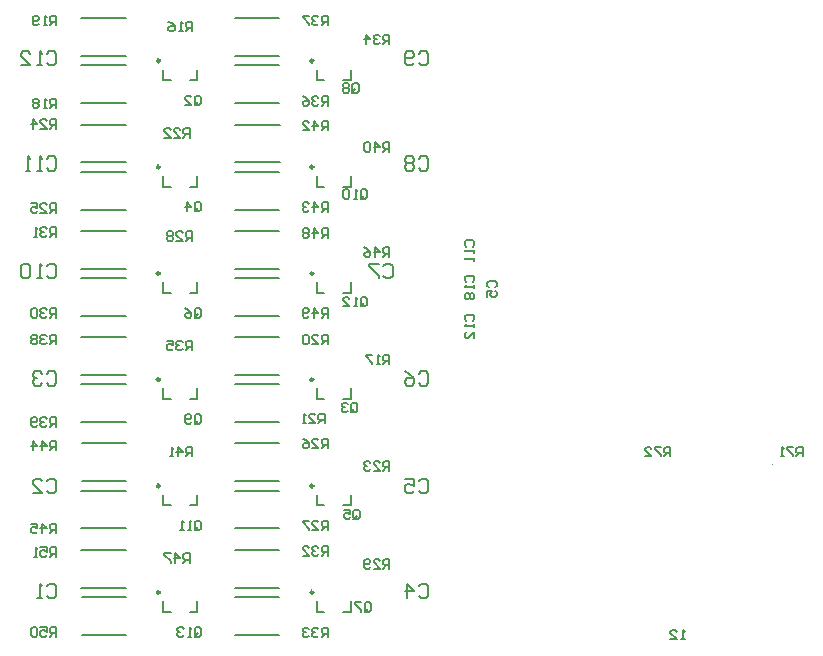
<source format=gbo>
G04*
G04 #@! TF.GenerationSoftware,Altium Limited,Altium Designer,18.1.9 (240)*
G04*
G04 Layer_Color=32896*
%FSLAX25Y25*%
%MOIN*%
G70*
G01*
G75*
%ADD11C,0.00984*%
%ADD12C,0.00394*%
%ADD15C,0.00787*%
%ADD16C,0.00591*%
D11*
X75886Y19685D02*
G03*
X75886Y19685I-492J0D01*
G01*
Y55118D02*
G03*
X75886Y55118I-492J0D01*
G01*
Y90551D02*
G03*
X75886Y90551I-492J0D01*
G01*
Y125984D02*
G03*
X75886Y125984I-492J0D01*
G01*
Y161417D02*
G03*
X75886Y161417I-492J0D01*
G01*
Y196850D02*
G03*
X75886Y196850I-492J0D01*
G01*
X127067D02*
G03*
X127067Y196850I-492J0D01*
G01*
Y161417D02*
G03*
X127067Y161417I-492J0D01*
G01*
Y125984D02*
G03*
X127067Y125984I-492J0D01*
G01*
Y90551D02*
G03*
X127067Y90551I-492J0D01*
G01*
Y55118D02*
G03*
X127067Y55118I-492J0D01*
G01*
Y19685D02*
G03*
X127067Y19685I-492J0D01*
G01*
D12*
X259992Y62157D02*
G03*
X259992Y62157I-197J0D01*
G01*
X280070D02*
G03*
X280070Y62157I-197J0D01*
G01*
D15*
X100787Y182677D02*
X115748D01*
X100787Y195276D02*
X115748D01*
X100787Y159843D02*
X115748D01*
X100787Y147244D02*
X115748D01*
X100787Y18110D02*
X115748D01*
X100787Y5512D02*
X115748D01*
X100787Y33858D02*
X115748D01*
X100787Y21260D02*
X115748D01*
X100787Y53543D02*
X115748D01*
X100787Y40945D02*
X115748D01*
X100787Y69291D02*
X115748D01*
X100787Y56693D02*
X115748D01*
X100787Y104724D02*
X115748D01*
X100787Y92126D02*
X115748D01*
X100787Y88976D02*
X115748D01*
X100787Y76378D02*
X115748D01*
X100787Y124409D02*
X115748D01*
X100787Y111811D02*
X115748D01*
X100787Y140157D02*
X115748D01*
X100787Y127559D02*
X115748D01*
X101103Y162992D02*
X116064D01*
X101103Y175591D02*
X116064D01*
X100787Y198425D02*
X115748D01*
X100787Y211024D02*
X115748D01*
X49606Y198425D02*
X64567D01*
X49606Y211024D02*
X64567D01*
X49606Y182677D02*
X64567D01*
X49606Y195276D02*
X64567D01*
X49606Y162992D02*
X64567D01*
X49606Y175591D02*
X64567D01*
X49606Y147244D02*
X64567D01*
X49606Y159843D02*
X64567D01*
X49606Y127559D02*
X64567D01*
X49606Y140157D02*
X64567D01*
X49606Y111811D02*
X64567D01*
X49606Y124409D02*
X64567D01*
X49606Y92126D02*
X64567D01*
X49606Y104724D02*
X64567D01*
X49606Y76378D02*
X64567D01*
X49606Y88976D02*
X64567D01*
X49803Y56693D02*
X64764D01*
X49803Y69291D02*
X64764D01*
X49606Y40945D02*
X64567D01*
X49606Y53543D02*
X64567D01*
X49606Y21260D02*
X64567D01*
X49606Y33858D02*
X64567D01*
X49803Y5512D02*
X64764D01*
X49803Y18110D02*
X64764D01*
X85827Y13189D02*
X88386D01*
Y16732D01*
X76968Y13189D02*
X79528D01*
X76968D02*
Y16732D01*
X85827Y48622D02*
X88386D01*
Y52165D01*
X76968Y48622D02*
X79528D01*
X76968D02*
Y52165D01*
X85827Y84055D02*
X88386D01*
Y87598D01*
X76968Y84055D02*
X79528D01*
X76968D02*
Y87598D01*
X85827Y119488D02*
X88386D01*
Y123031D01*
X76968Y119488D02*
X79528D01*
X76968D02*
Y123031D01*
X85827Y154921D02*
X88386D01*
Y158465D01*
X76968Y154921D02*
X79528D01*
X76968D02*
Y158465D01*
X85827Y190354D02*
X88386D01*
Y193898D01*
X76968Y190354D02*
X79528D01*
X76968D02*
Y193898D01*
X137008Y190354D02*
X139567D01*
Y193898D01*
X128150Y190354D02*
X130709D01*
X128150D02*
Y193898D01*
X137008Y154921D02*
X139567D01*
Y158465D01*
X128150Y154921D02*
X130709D01*
X128150D02*
Y158465D01*
X137008Y119488D02*
X139567D01*
Y123031D01*
X128150Y119488D02*
X130709D01*
X128150D02*
Y123031D01*
X137008Y84055D02*
X139567D01*
Y87598D01*
X128150Y84055D02*
X130709D01*
X128150D02*
Y87598D01*
X137008Y48622D02*
X139567D01*
Y52165D01*
X128150Y48622D02*
X130709D01*
X128150D02*
Y52165D01*
X137008Y13189D02*
X139567D01*
Y16732D01*
X128150Y13189D02*
X130709D01*
X128150D02*
Y16732D01*
X38200Y92518D02*
X38987Y93306D01*
X40561D01*
X41348Y92518D01*
Y89370D01*
X40561Y88583D01*
X38987D01*
X38200Y89370D01*
X36625Y92518D02*
X35838Y93306D01*
X34264D01*
X33477Y92518D01*
Y91731D01*
X34264Y90944D01*
X35051D01*
X34264D01*
X33477Y90157D01*
Y89370D01*
X34264Y88583D01*
X35838D01*
X36625Y89370D01*
X162206Y56692D02*
X162993Y57479D01*
X164567D01*
X165354Y56692D01*
Y53543D01*
X164567Y52756D01*
X162993D01*
X162206Y53543D01*
X157483Y57479D02*
X160632D01*
Y55117D01*
X159057Y55905D01*
X158270D01*
X157483Y55117D01*
Y53543D01*
X158270Y52756D01*
X159844D01*
X160632Y53543D01*
X162206Y21652D02*
X162993Y22439D01*
X164567D01*
X165354Y21652D01*
Y18504D01*
X164567Y17717D01*
X162993D01*
X162206Y18504D01*
X158270Y17717D02*
Y22439D01*
X160632Y20078D01*
X157483D01*
X38200Y128345D02*
X38987Y129132D01*
X40561D01*
X41348Y128345D01*
Y125197D01*
X40561Y124409D01*
X38987D01*
X38200Y125197D01*
X36625Y124409D02*
X35051D01*
X35838D01*
Y129132D01*
X36625Y128345D01*
X32690D02*
X31902Y129132D01*
X30328D01*
X29541Y128345D01*
Y125197D01*
X30328Y124409D01*
X31902D01*
X32690Y125197D01*
Y128345D01*
X38200Y21652D02*
X38987Y22439D01*
X40561D01*
X41348Y21652D01*
Y18504D01*
X40561Y17717D01*
X38987D01*
X38200Y18504D01*
X36625Y17717D02*
X35051D01*
X35838D01*
Y22439D01*
X36625Y21652D01*
X162206Y164172D02*
X162993Y164959D01*
X164567D01*
X165354Y164172D01*
Y161023D01*
X164567Y160236D01*
X162993D01*
X162206Y161023D01*
X160632Y164172D02*
X159844Y164959D01*
X158270D01*
X157483Y164172D01*
Y163385D01*
X158270Y162598D01*
X157483Y161811D01*
Y161023D01*
X158270Y160236D01*
X159844D01*
X160632Y161023D01*
Y161811D01*
X159844Y162598D01*
X160632Y163385D01*
Y164172D01*
X159844Y162598D02*
X158270D01*
X150395Y128345D02*
X151182Y129132D01*
X152756D01*
X153543Y128345D01*
Y125197D01*
X152756Y124409D01*
X151182D01*
X150395Y125197D01*
X148820Y129132D02*
X145672D01*
Y128345D01*
X148820Y125197D01*
Y124409D01*
X162206Y92518D02*
X162993Y93306D01*
X164567D01*
X165354Y92518D01*
Y89370D01*
X164567Y88583D01*
X162993D01*
X162206Y89370D01*
X157483Y93306D02*
X159057Y92518D01*
X160632Y90944D01*
Y89370D01*
X159844Y88583D01*
X158270D01*
X157483Y89370D01*
Y90157D01*
X158270Y90944D01*
X160632D01*
X38200Y199211D02*
X38987Y199998D01*
X40561D01*
X41348Y199211D01*
Y196063D01*
X40561Y195276D01*
X38987D01*
X38200Y196063D01*
X36625Y195276D02*
X35051D01*
X35838D01*
Y199998D01*
X36625Y199211D01*
X29541Y195276D02*
X32690D01*
X29541Y198424D01*
Y199211D01*
X30328Y199998D01*
X31902D01*
X32690Y199211D01*
X162206D02*
X162993Y199998D01*
X164567D01*
X165354Y199211D01*
Y196063D01*
X164567Y195276D01*
X162993D01*
X162206Y196063D01*
X160632D02*
X159844Y195276D01*
X158270D01*
X157483Y196063D01*
Y199211D01*
X158270Y199998D01*
X159844D01*
X160632Y199211D01*
Y198424D01*
X159844Y197637D01*
X157483D01*
X38200Y164172D02*
X38987Y164959D01*
X40561D01*
X41348Y164172D01*
Y161023D01*
X40561Y160236D01*
X38987D01*
X38200Y161023D01*
X36625Y160236D02*
X35051D01*
X35838D01*
Y164959D01*
X36625Y164172D01*
X32690Y160236D02*
X31115D01*
X31902D01*
Y164959D01*
X32690Y164172D01*
X38200Y56692D02*
X38987Y57479D01*
X40561D01*
X41348Y56692D01*
Y53543D01*
X40561Y52756D01*
X38987D01*
X38200Y53543D01*
X33477Y52756D02*
X36625D01*
X33477Y55905D01*
Y56692D01*
X34264Y57479D01*
X35838D01*
X36625Y56692D01*
D16*
X250787Y3937D02*
X249738D01*
X250263D01*
Y7086D01*
X250787Y6561D01*
X246064Y3937D02*
X248164D01*
X246064Y6036D01*
Y6561D01*
X246589Y7086D01*
X247639D01*
X248164Y6561D01*
X85827Y171260D02*
Y174408D01*
X84253D01*
X83728Y173884D01*
Y172834D01*
X84253Y172309D01*
X85827D01*
X84777D02*
X83728Y171260D01*
X80579D02*
X82678D01*
X80579Y173359D01*
Y173884D01*
X81104Y174408D01*
X82153D01*
X82678Y173884D01*
X77430Y171260D02*
X79530D01*
X77430Y173359D01*
Y173884D01*
X77955Y174408D01*
X79005D01*
X79530Y173884D01*
X246063Y64961D02*
Y68109D01*
X244489D01*
X243964Y67585D01*
Y66535D01*
X244489Y66010D01*
X246063D01*
X245013D02*
X243964Y64961D01*
X242914Y68109D02*
X240815D01*
Y67585D01*
X242914Y65485D01*
Y64961D01*
X237667D02*
X239766D01*
X237667Y67060D01*
Y67585D01*
X238192Y68109D01*
X239241D01*
X239766Y67585D01*
X290158Y64961D02*
Y68109D01*
X288583D01*
X288058Y67585D01*
Y66535D01*
X288583Y66010D01*
X290158D01*
X289108D02*
X288058Y64961D01*
X287009Y68109D02*
X284910D01*
Y67585D01*
X287009Y65485D01*
Y64961D01*
X283860D02*
X282811D01*
X283335D01*
Y68109D01*
X283860Y67585D01*
X85827Y29528D02*
Y32676D01*
X84253D01*
X83728Y32151D01*
Y31102D01*
X84253Y30577D01*
X85827D01*
X84777D02*
X83728Y29528D01*
X81104D02*
Y32676D01*
X82678Y31102D01*
X80579D01*
X79530Y32676D02*
X77430D01*
Y32151D01*
X79530Y30052D01*
Y29528D01*
X86614Y64961D02*
Y68109D01*
X85040D01*
X84515Y67585D01*
Y66535D01*
X85040Y66010D01*
X86614D01*
X85565D02*
X84515Y64961D01*
X81891D02*
Y68109D01*
X83466Y66535D01*
X81366D01*
X80317Y64961D02*
X79268D01*
X79792D01*
Y68109D01*
X80317Y67585D01*
X86614Y100394D02*
Y103542D01*
X85040D01*
X84515Y103017D01*
Y101968D01*
X85040Y101443D01*
X86614D01*
X85565D02*
X84515Y100394D01*
X83466Y103017D02*
X82941Y103542D01*
X81891D01*
X81366Y103017D01*
Y102493D01*
X81891Y101968D01*
X82416D01*
X81891D01*
X81366Y101443D01*
Y100918D01*
X81891Y100394D01*
X82941D01*
X83466Y100918D01*
X78218Y103542D02*
X80317D01*
Y101968D01*
X79268Y102493D01*
X78743D01*
X78218Y101968D01*
Y100918D01*
X78743Y100394D01*
X79792D01*
X80317Y100918D01*
X152362Y27559D02*
Y30708D01*
X150788D01*
X150263Y30183D01*
Y29133D01*
X150788Y28609D01*
X152362D01*
X151313D02*
X150263Y27559D01*
X147115D02*
X149214D01*
X147115Y29658D01*
Y30183D01*
X147639Y30708D01*
X148689D01*
X149214Y30183D01*
X146065Y28084D02*
X145540Y27559D01*
X144491D01*
X143966Y28084D01*
Y30183D01*
X144491Y30708D01*
X145540D01*
X146065Y30183D01*
Y29658D01*
X145540Y29133D01*
X143966D01*
X152362Y60236D02*
Y63385D01*
X150788D01*
X150263Y62860D01*
Y61810D01*
X150788Y61286D01*
X152362D01*
X151313D02*
X150263Y60236D01*
X147115D02*
X149214D01*
X147115Y62335D01*
Y62860D01*
X147639Y63385D01*
X148689D01*
X149214Y62860D01*
X146065D02*
X145540Y63385D01*
X144491D01*
X143966Y62860D01*
Y62335D01*
X144491Y61810D01*
X145016D01*
X144491D01*
X143966Y61286D01*
Y60761D01*
X144491Y60236D01*
X145540D01*
X146065Y60761D01*
X152362Y95669D02*
Y98818D01*
X150788D01*
X150263Y98293D01*
Y97244D01*
X150788Y96719D01*
X152362D01*
X151313D02*
X150263Y95669D01*
X149214D02*
X148164D01*
X148689D01*
Y98818D01*
X149214Y98293D01*
X146590Y98818D02*
X144491D01*
Y98293D01*
X146590Y96194D01*
Y95669D01*
X41339Y31496D02*
Y34645D01*
X39764D01*
X39239Y34120D01*
Y33070D01*
X39764Y32546D01*
X41339D01*
X40289D02*
X39239Y31496D01*
X36091Y34645D02*
X38190D01*
Y33070D01*
X37141Y33595D01*
X36616D01*
X36091Y33070D01*
Y32021D01*
X36616Y31496D01*
X37665D01*
X38190Y32021D01*
X35041Y31496D02*
X33992D01*
X34517D01*
Y34645D01*
X35041Y34120D01*
X41339Y39370D02*
Y42519D01*
X39764D01*
X39239Y41994D01*
Y40944D01*
X39764Y40420D01*
X41339D01*
X40289D02*
X39239Y39370D01*
X36616D02*
Y42519D01*
X38190Y40944D01*
X36091D01*
X32942Y42519D02*
X35041D01*
Y40944D01*
X33992Y41469D01*
X33467D01*
X32942Y40944D01*
Y39895D01*
X33467Y39370D01*
X34517D01*
X35041Y39895D01*
X41339Y74803D02*
Y77952D01*
X39764D01*
X39239Y77427D01*
Y76377D01*
X39764Y75853D01*
X41339D01*
X40289D02*
X39239Y74803D01*
X38190Y77427D02*
X37665Y77952D01*
X36616D01*
X36091Y77427D01*
Y76902D01*
X36616Y76377D01*
X37141D01*
X36616D01*
X36091Y75853D01*
Y75328D01*
X36616Y74803D01*
X37665D01*
X38190Y75328D01*
X35041D02*
X34517Y74803D01*
X33467D01*
X32942Y75328D01*
Y77427D01*
X33467Y77952D01*
X34517D01*
X35041Y77427D01*
Y76902D01*
X34517Y76377D01*
X32942D01*
X131890Y4724D02*
Y7873D01*
X130315D01*
X129791Y7348D01*
Y6299D01*
X130315Y5774D01*
X131890D01*
X130840D02*
X129791Y4724D01*
X128741Y7348D02*
X128216Y7873D01*
X127167D01*
X126642Y7348D01*
Y6824D01*
X127167Y6299D01*
X127692D01*
X127167D01*
X126642Y5774D01*
Y5249D01*
X127167Y4724D01*
X128216D01*
X128741Y5249D01*
X125593Y7348D02*
X125068Y7873D01*
X124018D01*
X123494Y7348D01*
Y6824D01*
X124018Y6299D01*
X124543D01*
X124018D01*
X123494Y5774D01*
Y5249D01*
X124018Y4724D01*
X125068D01*
X125593Y5249D01*
X131890Y40354D02*
Y43503D01*
X130315D01*
X129791Y42978D01*
Y41929D01*
X130315Y41404D01*
X131890D01*
X130840D02*
X129791Y40354D01*
X126642D02*
X128741D01*
X126642Y42453D01*
Y42978D01*
X127167Y43503D01*
X128216D01*
X128741Y42978D01*
X125593Y43503D02*
X123494D01*
Y42978D01*
X125593Y40879D01*
Y40354D01*
X130840Y75984D02*
Y79133D01*
X129266D01*
X128741Y78608D01*
Y77559D01*
X129266Y77034D01*
X130840D01*
X129791D02*
X128741Y75984D01*
X125593D02*
X127692D01*
X125593Y78083D01*
Y78608D01*
X126117Y79133D01*
X127167D01*
X127692Y78608D01*
X124543Y75984D02*
X123494D01*
X124018D01*
Y79133D01*
X124543Y78608D01*
X41339Y4921D02*
Y8070D01*
X39764D01*
X39239Y7545D01*
Y6496D01*
X39764Y5971D01*
X41339D01*
X40289D02*
X39239Y4921D01*
X36091Y8070D02*
X38190D01*
Y6496D01*
X37141Y7020D01*
X36616D01*
X36091Y6496D01*
Y5446D01*
X36616Y4921D01*
X37665D01*
X38190Y5446D01*
X35041Y7545D02*
X34517Y8070D01*
X33467D01*
X32942Y7545D01*
Y5446D01*
X33467Y4921D01*
X34517D01*
X35041Y5446D01*
Y7545D01*
X41339Y66929D02*
Y70078D01*
X39764D01*
X39239Y69553D01*
Y68503D01*
X39764Y67979D01*
X41339D01*
X40289D02*
X39239Y66929D01*
X36616D02*
Y70078D01*
X38190Y68503D01*
X36091D01*
X33467Y66929D02*
Y70078D01*
X35041Y68503D01*
X32942D01*
X41339Y102362D02*
Y105511D01*
X39764D01*
X39239Y104986D01*
Y103936D01*
X39764Y103412D01*
X41339D01*
X40289D02*
X39239Y102362D01*
X38190Y104986D02*
X37665Y105511D01*
X36616D01*
X36091Y104986D01*
Y104461D01*
X36616Y103936D01*
X37141D01*
X36616D01*
X36091Y103412D01*
Y102887D01*
X36616Y102362D01*
X37665D01*
X38190Y102887D01*
X35041Y104986D02*
X34517Y105511D01*
X33467D01*
X32942Y104986D01*
Y104461D01*
X33467Y103936D01*
X32942Y103412D01*
Y102887D01*
X33467Y102362D01*
X34517D01*
X35041Y102887D01*
Y103412D01*
X34517Y103936D01*
X35041Y104461D01*
Y104986D01*
X34517Y103936D02*
X33467D01*
X131890Y31890D02*
Y35038D01*
X130315D01*
X129791Y34514D01*
Y33464D01*
X130315Y32939D01*
X131890D01*
X130840D02*
X129791Y31890D01*
X128741Y34514D02*
X128216Y35038D01*
X127167D01*
X126642Y34514D01*
Y33989D01*
X127167Y33464D01*
X127692D01*
X127167D01*
X126642Y32939D01*
Y32414D01*
X127167Y31890D01*
X128216D01*
X128741Y32414D01*
X123494Y31890D02*
X125593D01*
X123494Y33989D01*
Y34514D01*
X124018Y35038D01*
X125068D01*
X125593Y34514D01*
X131890Y67716D02*
Y70865D01*
X130315D01*
X129791Y70340D01*
Y69291D01*
X130315Y68766D01*
X131890D01*
X130840D02*
X129791Y67716D01*
X126642D02*
X128741D01*
X126642Y69816D01*
Y70340D01*
X127167Y70865D01*
X128216D01*
X128741Y70340D01*
X123494Y70865D02*
X124543Y70340D01*
X125593Y69291D01*
Y68241D01*
X125068Y67716D01*
X124018D01*
X123494Y68241D01*
Y68766D01*
X124018Y69291D01*
X125593D01*
X131890Y102362D02*
Y105511D01*
X130315D01*
X129791Y104986D01*
Y103937D01*
X130315Y103412D01*
X131890D01*
X130840D02*
X129791Y102362D01*
X126642D02*
X128741D01*
X126642Y104461D01*
Y104986D01*
X127167Y105511D01*
X128216D01*
X128741Y104986D01*
X125593D02*
X125068Y105511D01*
X124018D01*
X123494Y104986D01*
Y102887D01*
X124018Y102362D01*
X125068D01*
X125593Y102887D01*
Y104986D01*
X152362Y131496D02*
Y134645D01*
X150788D01*
X150263Y134120D01*
Y133070D01*
X150788Y132546D01*
X152362D01*
X151313D02*
X150263Y131496D01*
X147639D02*
Y134645D01*
X149214Y133070D01*
X147115D01*
X143966Y134645D02*
X145016Y134120D01*
X146065Y133070D01*
Y132021D01*
X145540Y131496D01*
X144491D01*
X143966Y132021D01*
Y132546D01*
X144491Y133070D01*
X146065D01*
X152362Y166535D02*
Y169684D01*
X150788D01*
X150263Y169159D01*
Y168110D01*
X150788Y167585D01*
X152362D01*
X151313D02*
X150263Y166535D01*
X147639D02*
Y169684D01*
X149214Y168110D01*
X147115D01*
X146065Y169159D02*
X145540Y169684D01*
X144491D01*
X143966Y169159D01*
Y167060D01*
X144491Y166535D01*
X145540D01*
X146065Y167060D01*
Y169159D01*
X152362Y202362D02*
Y205511D01*
X150788D01*
X150263Y204986D01*
Y203937D01*
X150788Y203412D01*
X152362D01*
X151313D02*
X150263Y202362D01*
X149214Y204986D02*
X148689Y205511D01*
X147639D01*
X147115Y204986D01*
Y204461D01*
X147639Y203937D01*
X148164D01*
X147639D01*
X147115Y203412D01*
Y202887D01*
X147639Y202362D01*
X148689D01*
X149214Y202887D01*
X144491Y202362D02*
Y205511D01*
X146065Y203937D01*
X143966D01*
X86614Y136811D02*
Y139960D01*
X85040D01*
X84515Y139435D01*
Y138385D01*
X85040Y137861D01*
X86614D01*
X85565D02*
X84515Y136811D01*
X81366D02*
X83466D01*
X81366Y138910D01*
Y139435D01*
X81891Y139960D01*
X82941D01*
X83466Y139435D01*
X80317D02*
X79792Y139960D01*
X78743D01*
X78218Y139435D01*
Y138910D01*
X78743Y138385D01*
X78218Y137861D01*
Y137336D01*
X78743Y136811D01*
X79792D01*
X80317Y137336D01*
Y137861D01*
X79792Y138385D01*
X80317Y138910D01*
Y139435D01*
X79792Y138385D02*
X78743D01*
X86614Y206693D02*
Y209841D01*
X85040D01*
X84515Y209317D01*
Y208267D01*
X85040Y207742D01*
X86614D01*
X85565D02*
X84515Y206693D01*
X83465D02*
X82416D01*
X82941D01*
Y209841D01*
X83465Y209317D01*
X78742Y209841D02*
X79792Y209317D01*
X80842Y208267D01*
Y207218D01*
X80317Y206693D01*
X79267D01*
X78742Y207218D01*
Y207742D01*
X79267Y208267D01*
X80842D01*
X131890Y111221D02*
Y114369D01*
X130315D01*
X129791Y113844D01*
Y112795D01*
X130315Y112270D01*
X131890D01*
X130840D02*
X129791Y111221D01*
X127167D02*
Y114369D01*
X128741Y112795D01*
X126642D01*
X125593Y111745D02*
X125068Y111221D01*
X124018D01*
X123494Y111745D01*
Y113844D01*
X124018Y114369D01*
X125068D01*
X125593Y113844D01*
Y113320D01*
X125068Y112795D01*
X123494D01*
X131890Y146457D02*
Y149605D01*
X130315D01*
X129791Y149081D01*
Y148031D01*
X130315Y147506D01*
X131890D01*
X130840D02*
X129791Y146457D01*
X127167D02*
Y149605D01*
X128741Y148031D01*
X126642D01*
X125593Y149081D02*
X125068Y149605D01*
X124018D01*
X123494Y149081D01*
Y148556D01*
X124018Y148031D01*
X124543D01*
X124018D01*
X123494Y147506D01*
Y146982D01*
X124018Y146457D01*
X125068D01*
X125593Y146982D01*
X131890Y208661D02*
Y211810D01*
X130315D01*
X129791Y211285D01*
Y210236D01*
X130315Y209711D01*
X131890D01*
X130840D02*
X129791Y208661D01*
X128741Y211285D02*
X128216Y211810D01*
X127167D01*
X126642Y211285D01*
Y210760D01*
X127167Y210236D01*
X127692D01*
X127167D01*
X126642Y209711D01*
Y209186D01*
X127167Y208661D01*
X128216D01*
X128741Y209186D01*
X125593Y211810D02*
X123494D01*
Y211285D01*
X125593Y209186D01*
Y208661D01*
X41339Y138198D02*
Y141347D01*
X39764D01*
X39239Y140822D01*
Y139773D01*
X39764Y139248D01*
X41339D01*
X40289D02*
X39239Y138198D01*
X38190Y140822D02*
X37665Y141347D01*
X36616D01*
X36091Y140822D01*
Y140297D01*
X36616Y139773D01*
X37141D01*
X36616D01*
X36091Y139248D01*
Y138723D01*
X36616Y138198D01*
X37665D01*
X38190Y138723D01*
X35041Y138198D02*
X33992D01*
X34517D01*
Y141347D01*
X35041Y140822D01*
X41339Y146142D02*
Y149290D01*
X39764D01*
X39239Y148766D01*
Y147716D01*
X39764Y147191D01*
X41339D01*
X40289D02*
X39239Y146142D01*
X36091D02*
X38190D01*
X36091Y148241D01*
Y148766D01*
X36616Y149290D01*
X37665D01*
X38190Y148766D01*
X32942Y149290D02*
X35041D01*
Y147716D01*
X33992Y148241D01*
X33467D01*
X32942Y147716D01*
Y146667D01*
X33467Y146142D01*
X34517D01*
X35041Y146667D01*
X41339Y208661D02*
Y211810D01*
X39764D01*
X39239Y211285D01*
Y210236D01*
X39764Y209711D01*
X41339D01*
X40289D02*
X39239Y208661D01*
X38190D02*
X37141D01*
X37665D01*
Y211810D01*
X38190Y211285D01*
X35566Y209186D02*
X35041Y208661D01*
X33992D01*
X33467Y209186D01*
Y211285D01*
X33992Y211810D01*
X35041D01*
X35566Y211285D01*
Y210760D01*
X35041Y210236D01*
X33467D01*
X131890Y137795D02*
Y140944D01*
X130315D01*
X129791Y140419D01*
Y139370D01*
X130315Y138845D01*
X131890D01*
X130840D02*
X129791Y137795D01*
X127167D02*
Y140944D01*
X128741Y139370D01*
X126642D01*
X125593Y140419D02*
X125068Y140944D01*
X124018D01*
X123494Y140419D01*
Y139894D01*
X124018Y139370D01*
X123494Y138845D01*
Y138320D01*
X124018Y137795D01*
X125068D01*
X125593Y138320D01*
Y138845D01*
X125068Y139370D01*
X125593Y139894D01*
Y140419D01*
X125068Y139370D02*
X124018D01*
X131890Y173622D02*
Y176771D01*
X130315D01*
X129791Y176246D01*
Y175196D01*
X130315Y174672D01*
X131890D01*
X130840D02*
X129791Y173622D01*
X127167D02*
Y176771D01*
X128741Y175196D01*
X126642D01*
X123494Y173622D02*
X125593D01*
X123494Y175721D01*
Y176246D01*
X124018Y176771D01*
X125068D01*
X125593Y176246D01*
X131890Y181890D02*
Y185038D01*
X130315D01*
X129791Y184514D01*
Y183464D01*
X130315Y182939D01*
X131890D01*
X130840D02*
X129791Y181890D01*
X128741Y184514D02*
X128216Y185038D01*
X127167D01*
X126642Y184514D01*
Y183989D01*
X127167Y183464D01*
X127692D01*
X127167D01*
X126642Y182939D01*
Y182414D01*
X127167Y181890D01*
X128216D01*
X128741Y182414D01*
X123494Y185038D02*
X124543Y184514D01*
X125593Y183464D01*
Y182414D01*
X125068Y181890D01*
X124018D01*
X123494Y182414D01*
Y182939D01*
X124018Y183464D01*
X125593D01*
X41339Y111221D02*
Y114369D01*
X39764D01*
X39239Y113844D01*
Y112795D01*
X39764Y112270D01*
X41339D01*
X40289D02*
X39239Y111221D01*
X38190Y113844D02*
X37665Y114369D01*
X36616D01*
X36091Y113844D01*
Y113320D01*
X36616Y112795D01*
X37141D01*
X36616D01*
X36091Y112270D01*
Y111745D01*
X36616Y111221D01*
X37665D01*
X38190Y111745D01*
X35041Y113844D02*
X34517Y114369D01*
X33467D01*
X32942Y113844D01*
Y111745D01*
X33467Y111221D01*
X34517D01*
X35041Y111745D01*
Y113844D01*
X41339Y174212D02*
Y177361D01*
X39764D01*
X39239Y176836D01*
Y175787D01*
X39764Y175262D01*
X41339D01*
X40289D02*
X39239Y174212D01*
X36091D02*
X38190D01*
X36091Y176311D01*
Y176836D01*
X36616Y177361D01*
X37665D01*
X38190Y176836D01*
X33467Y174212D02*
Y177361D01*
X35041Y175787D01*
X32942D01*
X41339Y181102D02*
Y184251D01*
X39764D01*
X39239Y183726D01*
Y182677D01*
X39764Y182152D01*
X41339D01*
X40289D02*
X39239Y181102D01*
X38190D02*
X37141D01*
X37665D01*
Y184251D01*
X38190Y183726D01*
X35566D02*
X35041Y184251D01*
X33992D01*
X33467Y183726D01*
Y183201D01*
X33992Y182677D01*
X33467Y182152D01*
Y181627D01*
X33992Y181102D01*
X35041D01*
X35566Y181627D01*
Y182152D01*
X35041Y182677D01*
X35566Y183201D01*
Y183726D01*
X35041Y182677D02*
X33992D01*
X87468Y5446D02*
Y7545D01*
X87993Y8070D01*
X89042D01*
X89567Y7545D01*
Y5446D01*
X89042Y4921D01*
X87993D01*
X88517Y5971D02*
X87468Y4921D01*
X87993D02*
X87468Y5446D01*
X86418Y4921D02*
X85369D01*
X85894D01*
Y8070D01*
X86418Y7545D01*
X83794D02*
X83270Y8070D01*
X82220D01*
X81695Y7545D01*
Y7020D01*
X82220Y6496D01*
X82745D01*
X82220D01*
X81695Y5971D01*
Y5446D01*
X82220Y4921D01*
X83270D01*
X83794Y5446D01*
X87468Y40879D02*
Y42978D01*
X87993Y43503D01*
X89042D01*
X89567Y42978D01*
Y40879D01*
X89042Y40354D01*
X87993D01*
X88517Y41404D02*
X87468Y40354D01*
X87993D02*
X87468Y40879D01*
X86418Y40354D02*
X85369D01*
X85894D01*
Y43503D01*
X86418Y42978D01*
X83794Y40354D02*
X82745D01*
X83270D01*
Y43503D01*
X83794Y42978D01*
X87468Y76312D02*
Y78411D01*
X87993Y78936D01*
X89042D01*
X89567Y78411D01*
Y76312D01*
X89042Y75787D01*
X87993D01*
X88517Y76837D02*
X87468Y75787D01*
X87993D02*
X87468Y76312D01*
X86418D02*
X85894Y75787D01*
X84844D01*
X84319Y76312D01*
Y78411D01*
X84844Y78936D01*
X85894D01*
X86418Y78411D01*
Y77886D01*
X85894Y77362D01*
X84319D01*
X144161Y13714D02*
Y15813D01*
X144685Y16338D01*
X145735D01*
X146260Y15813D01*
Y13714D01*
X145735Y13189D01*
X144685D01*
X145210Y14239D02*
X144161Y13189D01*
X144685D02*
X144161Y13714D01*
X143111Y16338D02*
X141012D01*
Y15813D01*
X143111Y13714D01*
Y13189D01*
X140421Y44619D02*
Y46718D01*
X140945Y47243D01*
X141995D01*
X142520Y46718D01*
Y44619D01*
X141995Y44094D01*
X140945D01*
X141470Y45144D02*
X140421Y44094D01*
X140945D02*
X140421Y44619D01*
X137272Y47243D02*
X139371D01*
Y45669D01*
X138322Y46194D01*
X137797D01*
X137272Y45669D01*
Y44619D01*
X137797Y44094D01*
X138846D01*
X139371Y44619D01*
X139633Y80249D02*
Y82348D01*
X140158Y82873D01*
X141208D01*
X141732Y82348D01*
Y80249D01*
X141208Y79724D01*
X140158D01*
X140683Y80774D02*
X139633Y79724D01*
X140158D02*
X139633Y80249D01*
X138584Y82348D02*
X138059Y82873D01*
X137009D01*
X136485Y82348D01*
Y81823D01*
X137009Y81299D01*
X137534D01*
X137009D01*
X136485Y80774D01*
Y80249D01*
X137009Y79724D01*
X138059D01*
X138584Y80249D01*
X142783Y115485D02*
Y117585D01*
X143308Y118109D01*
X144357D01*
X144882Y117585D01*
Y115485D01*
X144357Y114961D01*
X143308D01*
X143832Y116010D02*
X142783Y114961D01*
X143308D02*
X142783Y115485D01*
X141733Y114961D02*
X140684D01*
X141209D01*
Y118109D01*
X141733Y117585D01*
X137010Y114961D02*
X139110D01*
X137010Y117060D01*
Y117585D01*
X137535Y118109D01*
X138585D01*
X139110Y117585D01*
X142783Y151312D02*
Y153411D01*
X143308Y153936D01*
X144357D01*
X144882Y153411D01*
Y151312D01*
X144357Y150787D01*
X143308D01*
X143832Y151837D02*
X142783Y150787D01*
X143308D02*
X142783Y151312D01*
X141733Y150787D02*
X140684D01*
X141209D01*
Y153936D01*
X141733Y153411D01*
X139110D02*
X138585Y153936D01*
X137535D01*
X137010Y153411D01*
Y151312D01*
X137535Y150787D01*
X138585D01*
X139110Y151312D01*
Y153411D01*
X140027Y186745D02*
Y188844D01*
X140552Y189369D01*
X141601D01*
X142126Y188844D01*
Y186745D01*
X141601Y186221D01*
X140552D01*
X141076Y187270D02*
X140027Y186221D01*
X140552D02*
X140027Y186745D01*
X138977Y188844D02*
X138453Y189369D01*
X137403D01*
X136878Y188844D01*
Y188320D01*
X137403Y187795D01*
X136878Y187270D01*
Y186745D01*
X137403Y186221D01*
X138453D01*
X138977Y186745D01*
Y187270D01*
X138453Y187795D01*
X138977Y188320D01*
Y188844D01*
X138453Y187795D02*
X137403D01*
X87468Y111745D02*
Y113844D01*
X87993Y114369D01*
X89042D01*
X89567Y113844D01*
Y111745D01*
X89042Y111221D01*
X87993D01*
X88517Y112270D02*
X87468Y111221D01*
X87993D02*
X87468Y111745D01*
X84319Y114369D02*
X85369Y113844D01*
X86418Y112795D01*
Y111745D01*
X85894Y111221D01*
X84844D01*
X84319Y111745D01*
Y112270D01*
X84844Y112795D01*
X86418D01*
X87468Y147178D02*
Y149277D01*
X87993Y149802D01*
X89042D01*
X89567Y149277D01*
Y147178D01*
X89042Y146653D01*
X87993D01*
X88517Y147703D02*
X87468Y146653D01*
X87993D02*
X87468Y147178D01*
X84844Y146653D02*
Y149802D01*
X86418Y148228D01*
X84319D01*
X87468Y182611D02*
Y184710D01*
X87993Y185235D01*
X89042D01*
X89567Y184710D01*
Y182611D01*
X89042Y182087D01*
X87993D01*
X88517Y183136D02*
X87468Y182087D01*
X87993D02*
X87468Y182611D01*
X84319Y182087D02*
X86418D01*
X84319Y184186D01*
Y184710D01*
X84844Y185235D01*
X85894D01*
X86418Y184710D01*
X185565Y121307D02*
X185040Y121831D01*
Y122881D01*
X185565Y123406D01*
X187664D01*
X188189Y122881D01*
Y121831D01*
X187664Y121307D01*
X185040Y118158D02*
Y120257D01*
X186615D01*
X186090Y119207D01*
Y118683D01*
X186615Y118158D01*
X187664D01*
X188189Y118683D01*
Y119732D01*
X187664Y120257D01*
X178085Y110106D02*
X177560Y110630D01*
Y111680D01*
X178085Y112205D01*
X180184D01*
X180709Y111680D01*
Y110630D01*
X180184Y110106D01*
X180709Y109056D02*
Y108006D01*
Y108531D01*
X177560D01*
X178085Y109056D01*
X180709Y104333D02*
Y106432D01*
X178610Y104333D01*
X178085D01*
X177560Y104858D01*
Y105907D01*
X178085Y106432D01*
Y123098D02*
X177560Y123623D01*
Y124672D01*
X178085Y125197D01*
X180184D01*
X180709Y124672D01*
Y123623D01*
X180184Y123098D01*
X180709Y122048D02*
Y120999D01*
Y121523D01*
X177560D01*
X178085Y122048D01*
Y119424D02*
X177560Y118900D01*
Y117850D01*
X178085Y117325D01*
X178610D01*
X179134Y117850D01*
X179659Y117325D01*
X180184D01*
X180709Y117850D01*
Y118900D01*
X180184Y119424D01*
X179659D01*
X179134Y118900D01*
X178610Y119424D01*
X178085D01*
X179134Y118900D02*
Y117850D01*
X178085Y134909D02*
X177560Y135434D01*
Y136483D01*
X178085Y137008D01*
X180184D01*
X180709Y136483D01*
Y135434D01*
X180184Y134909D01*
X180709Y133859D02*
Y132810D01*
Y133335D01*
X177560D01*
X178085Y133859D01*
X180709Y131235D02*
Y130186D01*
Y130711D01*
X177560D01*
X178085Y131235D01*
M02*

</source>
